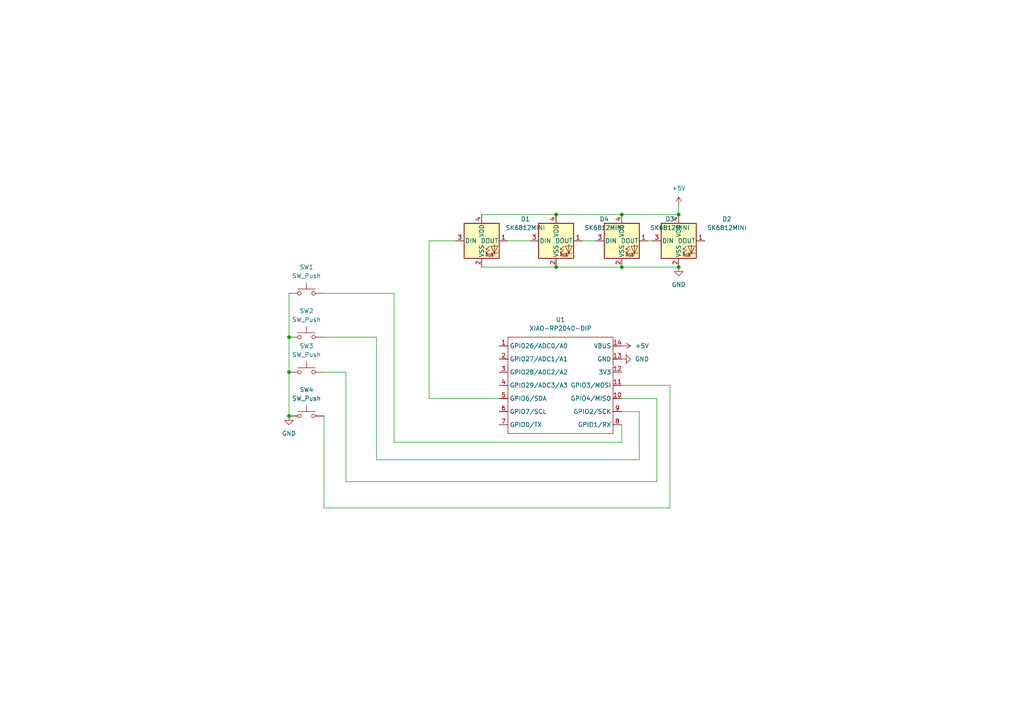
<source format=kicad_sch>
(kicad_sch
	(version 20231120)
	(generator "eeschema")
	(generator_version "8.0")
	(uuid "5ba06825-eebe-4f34-9115-1e2bdda9cdf3")
	(paper "A4")
	(lib_symbols
		(symbol "LED:SK6812MINI"
			(pin_names
				(offset 0.254)
			)
			(exclude_from_sim no)
			(in_bom yes)
			(on_board yes)
			(property "Reference" "D"
				(at 5.08 5.715 0)
				(effects
					(font
						(size 1.27 1.27)
					)
					(justify right bottom)
				)
			)
			(property "Value" "SK6812MINI"
				(at 1.27 -5.715 0)
				(effects
					(font
						(size 1.27 1.27)
					)
					(justify left top)
				)
			)
			(property "Footprint" "LED_SMD:LED_SK6812MINI_PLCC4_3.5x3.5mm_P1.75mm"
				(at 1.27 -7.62 0)
				(effects
					(font
						(size 1.27 1.27)
					)
					(justify left top)
					(hide yes)
				)
			)
			(property "Datasheet" "https://cdn-shop.adafruit.com/product-files/2686/SK6812MINI_REV.01-1-2.pdf"
				(at 2.54 -9.525 0)
				(effects
					(font
						(size 1.27 1.27)
					)
					(justify left top)
					(hide yes)
				)
			)
			(property "Description" "RGB LED with integrated controller"
				(at 0 0 0)
				(effects
					(font
						(size 1.27 1.27)
					)
					(hide yes)
				)
			)
			(property "ki_keywords" "RGB LED NeoPixel Mini addressable"
				(at 0 0 0)
				(effects
					(font
						(size 1.27 1.27)
					)
					(hide yes)
				)
			)
			(property "ki_fp_filters" "LED*SK6812MINI*PLCC*3.5x3.5mm*P1.75mm*"
				(at 0 0 0)
				(effects
					(font
						(size 1.27 1.27)
					)
					(hide yes)
				)
			)
			(symbol "SK6812MINI_0_0"
				(text "RGB"
					(at 2.286 -4.191 0)
					(effects
						(font
							(size 0.762 0.762)
						)
					)
				)
			)
			(symbol "SK6812MINI_0_1"
				(polyline
					(pts
						(xy 1.27 -3.556) (xy 1.778 -3.556)
					)
					(stroke
						(width 0)
						(type default)
					)
					(fill
						(type none)
					)
				)
				(polyline
					(pts
						(xy 1.27 -2.54) (xy 1.778 -2.54)
					)
					(stroke
						(width 0)
						(type default)
					)
					(fill
						(type none)
					)
				)
				(polyline
					(pts
						(xy 4.699 -3.556) (xy 2.667 -3.556)
					)
					(stroke
						(width 0)
						(type default)
					)
					(fill
						(type none)
					)
				)
				(polyline
					(pts
						(xy 2.286 -2.54) (xy 1.27 -3.556) (xy 1.27 -3.048)
					)
					(stroke
						(width 0)
						(type default)
					)
					(fill
						(type none)
					)
				)
				(polyline
					(pts
						(xy 2.286 -1.524) (xy 1.27 -2.54) (xy 1.27 -2.032)
					)
					(stroke
						(width 0)
						(type default)
					)
					(fill
						(type none)
					)
				)
				(polyline
					(pts
						(xy 3.683 -1.016) (xy 3.683 -3.556) (xy 3.683 -4.064)
					)
					(stroke
						(width 0)
						(type default)
					)
					(fill
						(type none)
					)
				)
				(polyline
					(pts
						(xy 4.699 -1.524) (xy 2.667 -1.524) (xy 3.683 -3.556) (xy 4.699 -1.524)
					)
					(stroke
						(width 0)
						(type default)
					)
					(fill
						(type none)
					)
				)
				(rectangle
					(start 5.08 5.08)
					(end -5.08 -5.08)
					(stroke
						(width 0.254)
						(type default)
					)
					(fill
						(type background)
					)
				)
			)
			(symbol "SK6812MINI_1_1"
				(pin output line
					(at 7.62 0 180)
					(length 2.54)
					(name "DOUT"
						(effects
							(font
								(size 1.27 1.27)
							)
						)
					)
					(number "1"
						(effects
							(font
								(size 1.27 1.27)
							)
						)
					)
				)
				(pin power_in line
					(at 0 -7.62 90)
					(length 2.54)
					(name "VSS"
						(effects
							(font
								(size 1.27 1.27)
							)
						)
					)
					(number "2"
						(effects
							(font
								(size 1.27 1.27)
							)
						)
					)
				)
				(pin input line
					(at -7.62 0 0)
					(length 2.54)
					(name "DIN"
						(effects
							(font
								(size 1.27 1.27)
							)
						)
					)
					(number "3"
						(effects
							(font
								(size 1.27 1.27)
							)
						)
					)
				)
				(pin power_in line
					(at 0 7.62 270)
					(length 2.54)
					(name "VDD"
						(effects
							(font
								(size 1.27 1.27)
							)
						)
					)
					(number "4"
						(effects
							(font
								(size 1.27 1.27)
							)
						)
					)
				)
			)
		)
		(symbol "OPL:XIAO-RP2040-DIP"
			(exclude_from_sim no)
			(in_bom yes)
			(on_board yes)
			(property "Reference" "U"
				(at 0 0 0)
				(effects
					(font
						(size 1.27 1.27)
					)
				)
			)
			(property "Value" "XIAO-RP2040-DIP"
				(at 5.334 -1.778 0)
				(effects
					(font
						(size 1.27 1.27)
					)
				)
			)
			(property "Footprint" "Module:MOUDLE14P-XIAO-DIP-SMD"
				(at 14.478 -32.258 0)
				(effects
					(font
						(size 1.27 1.27)
					)
					(hide yes)
				)
			)
			(property "Datasheet" ""
				(at 0 0 0)
				(effects
					(font
						(size 1.27 1.27)
					)
					(hide yes)
				)
			)
			(property "Description" ""
				(at 0 0 0)
				(effects
					(font
						(size 1.27 1.27)
					)
					(hide yes)
				)
			)
			(symbol "XIAO-RP2040-DIP_1_0"
				(polyline
					(pts
						(xy -1.27 -30.48) (xy -1.27 -16.51)
					)
					(stroke
						(width 0.1524)
						(type solid)
					)
					(fill
						(type none)
					)
				)
				(polyline
					(pts
						(xy -1.27 -27.94) (xy -2.54 -27.94)
					)
					(stroke
						(width 0.1524)
						(type solid)
					)
					(fill
						(type none)
					)
				)
				(polyline
					(pts
						(xy -1.27 -24.13) (xy -2.54 -24.13)
					)
					(stroke
						(width 0.1524)
						(type solid)
					)
					(fill
						(type none)
					)
				)
				(polyline
					(pts
						(xy -1.27 -20.32) (xy -2.54 -20.32)
					)
					(stroke
						(width 0.1524)
						(type solid)
					)
					(fill
						(type none)
					)
				)
				(polyline
					(pts
						(xy -1.27 -16.51) (xy -2.54 -16.51)
					)
					(stroke
						(width 0.1524)
						(type solid)
					)
					(fill
						(type none)
					)
				)
				(polyline
					(pts
						(xy -1.27 -16.51) (xy -1.27 -12.7)
					)
					(stroke
						(width 0.1524)
						(type solid)
					)
					(fill
						(type none)
					)
				)
				(polyline
					(pts
						(xy -1.27 -12.7) (xy -2.54 -12.7)
					)
					(stroke
						(width 0.1524)
						(type solid)
					)
					(fill
						(type none)
					)
				)
				(polyline
					(pts
						(xy -1.27 -12.7) (xy -1.27 -8.89)
					)
					(stroke
						(width 0.1524)
						(type solid)
					)
					(fill
						(type none)
					)
				)
				(polyline
					(pts
						(xy -1.27 -8.89) (xy -2.54 -8.89)
					)
					(stroke
						(width 0.1524)
						(type solid)
					)
					(fill
						(type none)
					)
				)
				(polyline
					(pts
						(xy -1.27 -8.89) (xy -1.27 -5.08)
					)
					(stroke
						(width 0.1524)
						(type solid)
					)
					(fill
						(type none)
					)
				)
				(polyline
					(pts
						(xy -1.27 -5.08) (xy -2.54 -5.08)
					)
					(stroke
						(width 0.1524)
						(type solid)
					)
					(fill
						(type none)
					)
				)
				(polyline
					(pts
						(xy -1.27 -5.08) (xy -1.27 -2.54)
					)
					(stroke
						(width 0.1524)
						(type solid)
					)
					(fill
						(type none)
					)
				)
				(polyline
					(pts
						(xy -1.27 -2.54) (xy 29.21 -2.54)
					)
					(stroke
						(width 0.1524)
						(type solid)
					)
					(fill
						(type none)
					)
				)
				(polyline
					(pts
						(xy 29.21 -30.48) (xy -1.27 -30.48)
					)
					(stroke
						(width 0.1524)
						(type solid)
					)
					(fill
						(type none)
					)
				)
				(polyline
					(pts
						(xy 29.21 -12.7) (xy 29.21 -30.48)
					)
					(stroke
						(width 0.1524)
						(type solid)
					)
					(fill
						(type none)
					)
				)
				(polyline
					(pts
						(xy 29.21 -8.89) (xy 29.21 -12.7)
					)
					(stroke
						(width 0.1524)
						(type solid)
					)
					(fill
						(type none)
					)
				)
				(polyline
					(pts
						(xy 29.21 -5.08) (xy 29.21 -8.89)
					)
					(stroke
						(width 0.1524)
						(type solid)
					)
					(fill
						(type none)
					)
				)
				(polyline
					(pts
						(xy 29.21 -2.54) (xy 29.21 -5.08)
					)
					(stroke
						(width 0.1524)
						(type solid)
					)
					(fill
						(type none)
					)
				)
				(polyline
					(pts
						(xy 30.48 -27.94) (xy 29.21 -27.94)
					)
					(stroke
						(width 0.1524)
						(type solid)
					)
					(fill
						(type none)
					)
				)
				(polyline
					(pts
						(xy 30.48 -24.13) (xy 29.21 -24.13)
					)
					(stroke
						(width 0.1524)
						(type solid)
					)
					(fill
						(type none)
					)
				)
				(polyline
					(pts
						(xy 30.48 -20.32) (xy 29.21 -20.32)
					)
					(stroke
						(width 0.1524)
						(type solid)
					)
					(fill
						(type none)
					)
				)
				(polyline
					(pts
						(xy 30.48 -16.51) (xy 29.21 -16.51)
					)
					(stroke
						(width 0.1524)
						(type solid)
					)
					(fill
						(type none)
					)
				)
				(polyline
					(pts
						(xy 30.48 -12.7) (xy 29.21 -12.7)
					)
					(stroke
						(width 0.1524)
						(type solid)
					)
					(fill
						(type none)
					)
				)
				(polyline
					(pts
						(xy 30.48 -8.89) (xy 29.21 -8.89)
					)
					(stroke
						(width 0.1524)
						(type solid)
					)
					(fill
						(type none)
					)
				)
				(polyline
					(pts
						(xy 30.48 -5.08) (xy 29.21 -5.08)
					)
					(stroke
						(width 0.1524)
						(type solid)
					)
					(fill
						(type none)
					)
				)
				(pin passive line
					(at -3.81 -5.08 0)
					(length 2.54)
					(name "GPIO26/ADC0/A0"
						(effects
							(font
								(size 1.27 1.27)
							)
						)
					)
					(number "1"
						(effects
							(font
								(size 1.27 1.27)
							)
						)
					)
				)
				(pin passive line
					(at 31.75 -20.32 180)
					(length 2.54)
					(name "GPIO4/MISO"
						(effects
							(font
								(size 1.27 1.27)
							)
						)
					)
					(number "10"
						(effects
							(font
								(size 1.27 1.27)
							)
						)
					)
				)
				(pin passive line
					(at 31.75 -16.51 180)
					(length 2.54)
					(name "GPIO3/MOSI"
						(effects
							(font
								(size 1.27 1.27)
							)
						)
					)
					(number "11"
						(effects
							(font
								(size 1.27 1.27)
							)
						)
					)
				)
				(pin passive line
					(at 31.75 -12.7 180)
					(length 2.54)
					(name "3V3"
						(effects
							(font
								(size 1.27 1.27)
							)
						)
					)
					(number "12"
						(effects
							(font
								(size 1.27 1.27)
							)
						)
					)
				)
				(pin passive line
					(at 31.75 -8.89 180)
					(length 2.54)
					(name "GND"
						(effects
							(font
								(size 1.27 1.27)
							)
						)
					)
					(number "13"
						(effects
							(font
								(size 1.27 1.27)
							)
						)
					)
				)
				(pin passive line
					(at 31.75 -5.08 180)
					(length 2.54)
					(name "VBUS"
						(effects
							(font
								(size 1.27 1.27)
							)
						)
					)
					(number "14"
						(effects
							(font
								(size 1.27 1.27)
							)
						)
					)
				)
				(pin passive line
					(at -3.81 -8.89 0)
					(length 2.54)
					(name "GPIO27/ADC1/A1"
						(effects
							(font
								(size 1.27 1.27)
							)
						)
					)
					(number "2"
						(effects
							(font
								(size 1.27 1.27)
							)
						)
					)
				)
				(pin passive line
					(at -3.81 -12.7 0)
					(length 2.54)
					(name "GPIO28/ADC2/A2"
						(effects
							(font
								(size 1.27 1.27)
							)
						)
					)
					(number "3"
						(effects
							(font
								(size 1.27 1.27)
							)
						)
					)
				)
				(pin passive line
					(at -3.81 -16.51 0)
					(length 2.54)
					(name "GPIO29/ADC3/A3"
						(effects
							(font
								(size 1.27 1.27)
							)
						)
					)
					(number "4"
						(effects
							(font
								(size 1.27 1.27)
							)
						)
					)
				)
				(pin passive line
					(at -3.81 -20.32 0)
					(length 2.54)
					(name "GPIO6/SDA"
						(effects
							(font
								(size 1.27 1.27)
							)
						)
					)
					(number "5"
						(effects
							(font
								(size 1.27 1.27)
							)
						)
					)
				)
				(pin passive line
					(at -3.81 -24.13 0)
					(length 2.54)
					(name "GPIO7/SCL"
						(effects
							(font
								(size 1.27 1.27)
							)
						)
					)
					(number "6"
						(effects
							(font
								(size 1.27 1.27)
							)
						)
					)
				)
				(pin passive line
					(at -3.81 -27.94 0)
					(length 2.54)
					(name "GPIO0/TX"
						(effects
							(font
								(size 1.27 1.27)
							)
						)
					)
					(number "7"
						(effects
							(font
								(size 1.27 1.27)
							)
						)
					)
				)
				(pin passive line
					(at 31.75 -27.94 180)
					(length 2.54)
					(name "GPIO1/RX"
						(effects
							(font
								(size 1.27 1.27)
							)
						)
					)
					(number "8"
						(effects
							(font
								(size 1.27 1.27)
							)
						)
					)
				)
				(pin passive line
					(at 31.75 -24.13 180)
					(length 2.54)
					(name "GPIO2/SCK"
						(effects
							(font
								(size 1.27 1.27)
							)
						)
					)
					(number "9"
						(effects
							(font
								(size 1.27 1.27)
							)
						)
					)
				)
			)
		)
		(symbol "Switch:SW_Push"
			(pin_numbers hide)
			(pin_names
				(offset 1.016) hide)
			(exclude_from_sim no)
			(in_bom yes)
			(on_board yes)
			(property "Reference" "SW"
				(at 1.27 2.54 0)
				(effects
					(font
						(size 1.27 1.27)
					)
					(justify left)
				)
			)
			(property "Value" "SW_Push"
				(at 0 -1.524 0)
				(effects
					(font
						(size 1.27 1.27)
					)
				)
			)
			(property "Footprint" ""
				(at 0 5.08 0)
				(effects
					(font
						(size 1.27 1.27)
					)
					(hide yes)
				)
			)
			(property "Datasheet" "~"
				(at 0 5.08 0)
				(effects
					(font
						(size 1.27 1.27)
					)
					(hide yes)
				)
			)
			(property "Description" "Push button switch, generic, two pins"
				(at 0 0 0)
				(effects
					(font
						(size 1.27 1.27)
					)
					(hide yes)
				)
			)
			(property "ki_keywords" "switch normally-open pushbutton push-button"
				(at 0 0 0)
				(effects
					(font
						(size 1.27 1.27)
					)
					(hide yes)
				)
			)
			(symbol "SW_Push_0_1"
				(circle
					(center -2.032 0)
					(radius 0.508)
					(stroke
						(width 0)
						(type default)
					)
					(fill
						(type none)
					)
				)
				(polyline
					(pts
						(xy 0 1.27) (xy 0 3.048)
					)
					(stroke
						(width 0)
						(type default)
					)
					(fill
						(type none)
					)
				)
				(polyline
					(pts
						(xy 2.54 1.27) (xy -2.54 1.27)
					)
					(stroke
						(width 0)
						(type default)
					)
					(fill
						(type none)
					)
				)
				(circle
					(center 2.032 0)
					(radius 0.508)
					(stroke
						(width 0)
						(type default)
					)
					(fill
						(type none)
					)
				)
				(pin passive line
					(at -5.08 0 0)
					(length 2.54)
					(name "1"
						(effects
							(font
								(size 1.27 1.27)
							)
						)
					)
					(number "1"
						(effects
							(font
								(size 1.27 1.27)
							)
						)
					)
				)
				(pin passive line
					(at 5.08 0 180)
					(length 2.54)
					(name "2"
						(effects
							(font
								(size 1.27 1.27)
							)
						)
					)
					(number "2"
						(effects
							(font
								(size 1.27 1.27)
							)
						)
					)
				)
			)
		)
		(symbol "power:+5V"
			(power)
			(pin_numbers hide)
			(pin_names
				(offset 0) hide)
			(exclude_from_sim no)
			(in_bom yes)
			(on_board yes)
			(property "Reference" "#PWR"
				(at 0 -3.81 0)
				(effects
					(font
						(size 1.27 1.27)
					)
					(hide yes)
				)
			)
			(property "Value" "+5V"
				(at 0 3.556 0)
				(effects
					(font
						(size 1.27 1.27)
					)
				)
			)
			(property "Footprint" ""
				(at 0 0 0)
				(effects
					(font
						(size 1.27 1.27)
					)
					(hide yes)
				)
			)
			(property "Datasheet" ""
				(at 0 0 0)
				(effects
					(font
						(size 1.27 1.27)
					)
					(hide yes)
				)
			)
			(property "Description" "Power symbol creates a global label with name \"+5V\""
				(at 0 0 0)
				(effects
					(font
						(size 1.27 1.27)
					)
					(hide yes)
				)
			)
			(property "ki_keywords" "global power"
				(at 0 0 0)
				(effects
					(font
						(size 1.27 1.27)
					)
					(hide yes)
				)
			)
			(symbol "+5V_0_1"
				(polyline
					(pts
						(xy -0.762 1.27) (xy 0 2.54)
					)
					(stroke
						(width 0)
						(type default)
					)
					(fill
						(type none)
					)
				)
				(polyline
					(pts
						(xy 0 0) (xy 0 2.54)
					)
					(stroke
						(width 0)
						(type default)
					)
					(fill
						(type none)
					)
				)
				(polyline
					(pts
						(xy 0 2.54) (xy 0.762 1.27)
					)
					(stroke
						(width 0)
						(type default)
					)
					(fill
						(type none)
					)
				)
			)
			(symbol "+5V_1_1"
				(pin power_in line
					(at 0 0 90)
					(length 0)
					(name "~"
						(effects
							(font
								(size 1.27 1.27)
							)
						)
					)
					(number "1"
						(effects
							(font
								(size 1.27 1.27)
							)
						)
					)
				)
			)
		)
		(symbol "power:GND"
			(power)
			(pin_numbers hide)
			(pin_names
				(offset 0) hide)
			(exclude_from_sim no)
			(in_bom yes)
			(on_board yes)
			(property "Reference" "#PWR"
				(at 0 -6.35 0)
				(effects
					(font
						(size 1.27 1.27)
					)
					(hide yes)
				)
			)
			(property "Value" "GND"
				(at 0 -3.81 0)
				(effects
					(font
						(size 1.27 1.27)
					)
				)
			)
			(property "Footprint" ""
				(at 0 0 0)
				(effects
					(font
						(size 1.27 1.27)
					)
					(hide yes)
				)
			)
			(property "Datasheet" ""
				(at 0 0 0)
				(effects
					(font
						(size 1.27 1.27)
					)
					(hide yes)
				)
			)
			(property "Description" "Power symbol creates a global label with name \"GND\" , ground"
				(at 0 0 0)
				(effects
					(font
						(size 1.27 1.27)
					)
					(hide yes)
				)
			)
			(property "ki_keywords" "global power"
				(at 0 0 0)
				(effects
					(font
						(size 1.27 1.27)
					)
					(hide yes)
				)
			)
			(symbol "GND_0_1"
				(polyline
					(pts
						(xy 0 0) (xy 0 -1.27) (xy 1.27 -1.27) (xy 0 -2.54) (xy -1.27 -1.27) (xy 0 -1.27)
					)
					(stroke
						(width 0)
						(type default)
					)
					(fill
						(type none)
					)
				)
			)
			(symbol "GND_1_1"
				(pin power_in line
					(at 0 0 270)
					(length 0)
					(name "~"
						(effects
							(font
								(size 1.27 1.27)
							)
						)
					)
					(number "1"
						(effects
							(font
								(size 1.27 1.27)
							)
						)
					)
				)
			)
		)
	)
	(junction
		(at 83.82 120.65)
		(diameter 0)
		(color 0 0 0 0)
		(uuid "044cd6b2-5a2a-42d1-893b-c3d9f1ff49dc")
	)
	(junction
		(at 196.85 62.23)
		(diameter 0)
		(color 0 0 0 0)
		(uuid "25c48a72-8420-4071-baec-1750a568092c")
	)
	(junction
		(at 161.29 62.23)
		(diameter 0)
		(color 0 0 0 0)
		(uuid "2fb5110e-1b3a-40bf-b92c-2d7ad0fda50e")
	)
	(junction
		(at 161.29 77.47)
		(diameter 0)
		(color 0 0 0 0)
		(uuid "4beb29ef-5dce-4722-8fc3-90e185a210f8")
	)
	(junction
		(at 180.34 62.23)
		(diameter 0)
		(color 0 0 0 0)
		(uuid "61c2360d-ad37-4cce-944a-d168cf23b134")
	)
	(junction
		(at 196.85 77.47)
		(diameter 0)
		(color 0 0 0 0)
		(uuid "ac427898-14cf-4980-8934-43c1ce430451")
	)
	(junction
		(at 83.82 107.95)
		(diameter 0)
		(color 0 0 0 0)
		(uuid "d10f92d1-7e4d-400f-875e-16591e44a9a1")
	)
	(junction
		(at 83.82 97.79)
		(diameter 0)
		(color 0 0 0 0)
		(uuid "f61de7ce-8b95-4ac4-8729-ab102692757f")
	)
	(junction
		(at 180.34 77.47)
		(diameter 0)
		(color 0 0 0 0)
		(uuid "f62b6089-6158-4ba1-98c0-13b6700b7925")
	)
	(wire
		(pts
			(xy 187.96 69.85) (xy 189.23 69.85)
		)
		(stroke
			(width 0)
			(type default)
		)
		(uuid "0d2af143-203f-44b3-be4a-3073c3e25747")
	)
	(wire
		(pts
			(xy 180.34 123.19) (xy 180.34 128.27)
		)
		(stroke
			(width 0)
			(type default)
		)
		(uuid "16c08600-ac7b-458b-a926-82eaed5e1c92")
	)
	(wire
		(pts
			(xy 124.46 69.85) (xy 132.08 69.85)
		)
		(stroke
			(width 0)
			(type default)
		)
		(uuid "16dd6c49-90fb-4492-a31f-c4c26ef461be")
	)
	(wire
		(pts
			(xy 190.5 139.7) (xy 100.33 139.7)
		)
		(stroke
			(width 0)
			(type default)
		)
		(uuid "18e9d0de-5035-4c22-a661-933d16cf3d5e")
	)
	(wire
		(pts
			(xy 83.82 97.79) (xy 83.82 107.95)
		)
		(stroke
			(width 0)
			(type default)
		)
		(uuid "1957cb7e-c98f-40f0-ba06-52bba95868cc")
	)
	(wire
		(pts
			(xy 185.42 133.35) (xy 185.42 119.38)
		)
		(stroke
			(width 0)
			(type default)
		)
		(uuid "1e14e502-17b9-4f74-b09b-c00e690b8185")
	)
	(wire
		(pts
			(xy 194.31 147.32) (xy 93.98 147.32)
		)
		(stroke
			(width 0)
			(type default)
		)
		(uuid "2949a1dd-1ca9-46fb-a84e-a6aaec16b5c9")
	)
	(wire
		(pts
			(xy 190.5 115.57) (xy 190.5 139.7)
		)
		(stroke
			(width 0)
			(type default)
		)
		(uuid "29fec87c-1364-42dd-b9ea-fbdde4a1c620")
	)
	(wire
		(pts
			(xy 194.31 111.76) (xy 194.31 147.32)
		)
		(stroke
			(width 0)
			(type default)
		)
		(uuid "30f25d1c-a8da-48c7-b682-6a20308ec017")
	)
	(wire
		(pts
			(xy 161.29 62.23) (xy 180.34 62.23)
		)
		(stroke
			(width 0)
			(type default)
		)
		(uuid "47e3c522-50e7-49e1-ad37-e65ec23f7d4b")
	)
	(wire
		(pts
			(xy 144.78 115.57) (xy 124.46 115.57)
		)
		(stroke
			(width 0)
			(type default)
		)
		(uuid "5a56a540-e927-4fc0-9996-30c0ada0b113")
	)
	(wire
		(pts
			(xy 139.7 77.47) (xy 161.29 77.47)
		)
		(stroke
			(width 0)
			(type default)
		)
		(uuid "5d03114b-fdf6-40d5-b836-e7535c31a7d6")
	)
	(wire
		(pts
			(xy 180.34 115.57) (xy 190.5 115.57)
		)
		(stroke
			(width 0)
			(type default)
		)
		(uuid "66ad1381-5ca0-473d-ac6f-781d05b83ad8")
	)
	(wire
		(pts
			(xy 139.7 62.23) (xy 161.29 62.23)
		)
		(stroke
			(width 0)
			(type default)
		)
		(uuid "679edfc7-b756-41ea-9c22-a51949bcc9c9")
	)
	(wire
		(pts
			(xy 83.82 107.95) (xy 83.82 120.65)
		)
		(stroke
			(width 0)
			(type default)
		)
		(uuid "7c58d6cd-b557-4e6e-8250-81ca3dc73d08")
	)
	(wire
		(pts
			(xy 180.34 77.47) (xy 196.85 77.47)
		)
		(stroke
			(width 0)
			(type default)
		)
		(uuid "815e2e3c-3821-423b-8cf7-2dd2f14fb4ee")
	)
	(wire
		(pts
			(xy 147.32 69.85) (xy 153.67 69.85)
		)
		(stroke
			(width 0)
			(type default)
		)
		(uuid "82c64376-e909-46c8-93bd-44b87d0f273a")
	)
	(wire
		(pts
			(xy 180.34 111.76) (xy 194.31 111.76)
		)
		(stroke
			(width 0)
			(type default)
		)
		(uuid "8593d404-508d-4d84-9ff6-741aa8f3463a")
	)
	(wire
		(pts
			(xy 83.82 85.09) (xy 83.82 97.79)
		)
		(stroke
			(width 0)
			(type default)
		)
		(uuid "8944a06d-72fe-4a6c-905c-0aa2a67297a1")
	)
	(wire
		(pts
			(xy 109.22 133.35) (xy 185.42 133.35)
		)
		(stroke
			(width 0)
			(type default)
		)
		(uuid "8ee39468-75f1-4002-8310-c65c6ba2b737")
	)
	(wire
		(pts
			(xy 100.33 139.7) (xy 100.33 107.95)
		)
		(stroke
			(width 0)
			(type default)
		)
		(uuid "92ae56ca-241f-48bd-b935-f1985524cc34")
	)
	(wire
		(pts
			(xy 100.33 107.95) (xy 93.98 107.95)
		)
		(stroke
			(width 0)
			(type default)
		)
		(uuid "94c0d71a-1396-46bd-8ecc-00760a953b52")
	)
	(wire
		(pts
			(xy 185.42 119.38) (xy 180.34 119.38)
		)
		(stroke
			(width 0)
			(type default)
		)
		(uuid "9eacba4f-0294-4190-baea-81f772bc34d2")
	)
	(wire
		(pts
			(xy 114.3 128.27) (xy 114.3 85.09)
		)
		(stroke
			(width 0)
			(type default)
		)
		(uuid "b6033cc9-dd55-4960-8e2c-eeb29373457d")
	)
	(wire
		(pts
			(xy 109.22 97.79) (xy 109.22 133.35)
		)
		(stroke
			(width 0)
			(type default)
		)
		(uuid "b91cf5b8-deb6-4c42-b4fa-a8d29f32e31b")
	)
	(wire
		(pts
			(xy 124.46 115.57) (xy 124.46 69.85)
		)
		(stroke
			(width 0)
			(type default)
		)
		(uuid "c4575971-0fac-4df7-8f32-2758e531cfbb")
	)
	(wire
		(pts
			(xy 196.85 59.69) (xy 196.85 62.23)
		)
		(stroke
			(width 0)
			(type default)
		)
		(uuid "c88126bb-2652-4558-8894-9bd4a7f9e52f")
	)
	(wire
		(pts
			(xy 114.3 85.09) (xy 93.98 85.09)
		)
		(stroke
			(width 0)
			(type default)
		)
		(uuid "cb6d1735-e868-450c-86b9-f8a18bbe4625")
	)
	(wire
		(pts
			(xy 93.98 97.79) (xy 109.22 97.79)
		)
		(stroke
			(width 0)
			(type default)
		)
		(uuid "cfd348c6-4be2-4a5f-aedd-780483f70dc1")
	)
	(wire
		(pts
			(xy 161.29 77.47) (xy 180.34 77.47)
		)
		(stroke
			(width 0)
			(type default)
		)
		(uuid "d681b83f-abb3-4909-a387-b5137b893aec")
	)
	(wire
		(pts
			(xy 180.34 62.23) (xy 196.85 62.23)
		)
		(stroke
			(width 0)
			(type default)
		)
		(uuid "da297e4a-c8d6-4d1b-b80f-c28514fe17c2")
	)
	(wire
		(pts
			(xy 180.34 128.27) (xy 114.3 128.27)
		)
		(stroke
			(width 0)
			(type default)
		)
		(uuid "f79cc79b-e1f1-4898-8db9-5171685c3701")
	)
	(wire
		(pts
			(xy 93.98 147.32) (xy 93.98 120.65)
		)
		(stroke
			(width 0)
			(type default)
		)
		(uuid "f9b8df1b-d8dd-4a72-8536-067bf26507cf")
	)
	(wire
		(pts
			(xy 168.91 69.85) (xy 172.72 69.85)
		)
		(stroke
			(width 0)
			(type default)
		)
		(uuid "fc6ea7fb-8859-4870-afc9-ac8a922f355e")
	)
	(symbol
		(lib_id "LED:SK6812MINI")
		(at 196.85 69.85 0)
		(unit 1)
		(exclude_from_sim no)
		(in_bom yes)
		(on_board yes)
		(dnp no)
		(fields_autoplaced yes)
		(uuid "1495a6ea-edd8-4e9e-b861-ca0e4bb53aa2")
		(property "Reference" "D2"
			(at 210.82 63.5314 0)
			(effects
				(font
					(size 1.27 1.27)
				)
			)
		)
		(property "Value" "SK6812MINI"
			(at 210.82 66.0714 0)
			(effects
				(font
					(size 1.27 1.27)
				)
			)
		)
		(property "Footprint" "LED_SMD:LED_SK6812MINI_PLCC4_3.5x3.5mm_P1.75mm"
			(at 198.12 77.47 0)
			(effects
				(font
					(size 1.27 1.27)
				)
				(justify left top)
				(hide yes)
			)
		)
		(property "Datasheet" "https://cdn-shop.adafruit.com/product-files/2686/SK6812MINI_REV.01-1-2.pdf"
			(at 199.39 79.375 0)
			(effects
				(font
					(size 1.27 1.27)
				)
				(justify left top)
				(hide yes)
			)
		)
		(property "Description" "RGB LED with integrated controller"
			(at 196.85 69.85 0)
			(effects
				(font
					(size 1.27 1.27)
				)
				(hide yes)
			)
		)
		(pin "4"
			(uuid "305ea44e-d4a1-43de-8501-5e79c9ba0b90")
		)
		(pin "3"
			(uuid "4a53896e-cc54-4c66-b8ed-e75df28758ee")
		)
		(pin "2"
			(uuid "082d0d79-939e-4cbf-bece-a95e383e6072")
		)
		(pin "1"
			(uuid "65c6daad-665f-4236-b9e9-e2251492bc61")
		)
		(instances
			(project "hackpad"
				(path "/5ba06825-eebe-4f34-9115-1e2bdda9cdf3"
					(reference "D2")
					(unit 1)
				)
			)
		)
	)
	(symbol
		(lib_id "power:+5V")
		(at 180.34 100.33 270)
		(unit 1)
		(exclude_from_sim no)
		(in_bom yes)
		(on_board yes)
		(dnp no)
		(fields_autoplaced yes)
		(uuid "16800591-0c55-426b-8bf1-a08aa0c512d9")
		(property "Reference" "#PWR04"
			(at 176.53 100.33 0)
			(effects
				(font
					(size 1.27 1.27)
				)
				(hide yes)
			)
		)
		(property "Value" "+5V"
			(at 184.15 100.3299 90)
			(effects
				(font
					(size 1.27 1.27)
				)
				(justify left)
			)
		)
		(property "Footprint" ""
			(at 180.34 100.33 0)
			(effects
				(font
					(size 1.27 1.27)
				)
				(hide yes)
			)
		)
		(property "Datasheet" ""
			(at 180.34 100.33 0)
			(effects
				(font
					(size 1.27 1.27)
				)
				(hide yes)
			)
		)
		(property "Description" "Power symbol creates a global label with name \"+5V\""
			(at 180.34 100.33 0)
			(effects
				(font
					(size 1.27 1.27)
				)
				(hide yes)
			)
		)
		(pin "1"
			(uuid "66709f42-6f77-4685-87e7-119ed66b4877")
		)
		(instances
			(project ""
				(path "/5ba06825-eebe-4f34-9115-1e2bdda9cdf3"
					(reference "#PWR04")
					(unit 1)
				)
			)
		)
	)
	(symbol
		(lib_id "power:GND")
		(at 196.85 77.47 0)
		(unit 1)
		(exclude_from_sim no)
		(in_bom yes)
		(on_board yes)
		(dnp no)
		(fields_autoplaced yes)
		(uuid "225168ba-004a-4a94-8302-ef4bc7f81d29")
		(property "Reference" "#PWR02"
			(at 196.85 83.82 0)
			(effects
				(font
					(size 1.27 1.27)
				)
				(hide yes)
			)
		)
		(property "Value" "GND"
			(at 196.85 82.55 0)
			(effects
				(font
					(size 1.27 1.27)
				)
			)
		)
		(property "Footprint" ""
			(at 196.85 77.47 0)
			(effects
				(font
					(size 1.27 1.27)
				)
				(hide yes)
			)
		)
		(property "Datasheet" ""
			(at 196.85 77.47 0)
			(effects
				(font
					(size 1.27 1.27)
				)
				(hide yes)
			)
		)
		(property "Description" "Power symbol creates a global label with name \"GND\" , ground"
			(at 196.85 77.47 0)
			(effects
				(font
					(size 1.27 1.27)
				)
				(hide yes)
			)
		)
		(pin "1"
			(uuid "4d358470-6756-4f7f-a235-f0d5bdb3bf30")
		)
		(instances
			(project ""
				(path "/5ba06825-eebe-4f34-9115-1e2bdda9cdf3"
					(reference "#PWR02")
					(unit 1)
				)
			)
		)
	)
	(symbol
		(lib_id "power:GND")
		(at 83.82 120.65 0)
		(unit 1)
		(exclude_from_sim no)
		(in_bom yes)
		(on_board yes)
		(dnp no)
		(fields_autoplaced yes)
		(uuid "449799c9-7650-4f13-8157-1874e2012159")
		(property "Reference" "#PWR01"
			(at 83.82 127 0)
			(effects
				(font
					(size 1.27 1.27)
				)
				(hide yes)
			)
		)
		(property "Value" "GND"
			(at 83.82 125.73 0)
			(effects
				(font
					(size 1.27 1.27)
				)
			)
		)
		(property "Footprint" ""
			(at 83.82 120.65 0)
			(effects
				(font
					(size 1.27 1.27)
				)
				(hide yes)
			)
		)
		(property "Datasheet" ""
			(at 83.82 120.65 0)
			(effects
				(font
					(size 1.27 1.27)
				)
				(hide yes)
			)
		)
		(property "Description" "Power symbol creates a global label with name \"GND\" , ground"
			(at 83.82 120.65 0)
			(effects
				(font
					(size 1.27 1.27)
				)
				(hide yes)
			)
		)
		(pin "1"
			(uuid "6ca89f26-bb71-45a7-b858-395163621cfd")
		)
		(instances
			(project ""
				(path "/5ba06825-eebe-4f34-9115-1e2bdda9cdf3"
					(reference "#PWR01")
					(unit 1)
				)
			)
		)
	)
	(symbol
		(lib_id "Switch:SW_Push")
		(at 88.9 120.65 0)
		(unit 1)
		(exclude_from_sim no)
		(in_bom yes)
		(on_board yes)
		(dnp no)
		(fields_autoplaced yes)
		(uuid "6a143555-f454-41e5-8f0b-4de6a605c5cc")
		(property "Reference" "SW4"
			(at 88.9 113.03 0)
			(effects
				(font
					(size 1.27 1.27)
				)
			)
		)
		(property "Value" "SW_Push"
			(at 88.9 115.57 0)
			(effects
				(font
					(size 1.27 1.27)
				)
			)
		)
		(property "Footprint" "Button_Switch_Keyboard:SW_Cherry_MX_1.00u_PCB"
			(at 88.9 115.57 0)
			(effects
				(font
					(size 1.27 1.27)
				)
				(hide yes)
			)
		)
		(property "Datasheet" "~"
			(at 88.9 115.57 0)
			(effects
				(font
					(size 1.27 1.27)
				)
				(hide yes)
			)
		)
		(property "Description" "Push button switch, generic, two pins"
			(at 88.9 120.65 0)
			(effects
				(font
					(size 1.27 1.27)
				)
				(hide yes)
			)
		)
		(pin "2"
			(uuid "465d84dd-1f35-4849-8817-4d40638f6637")
		)
		(pin "1"
			(uuid "8b24debc-76b1-45a9-96db-f3bbeed208f6")
		)
		(instances
			(project ""
				(path "/5ba06825-eebe-4f34-9115-1e2bdda9cdf3"
					(reference "SW4")
					(unit 1)
				)
			)
		)
	)
	(symbol
		(lib_id "power:GND")
		(at 180.34 104.14 90)
		(unit 1)
		(exclude_from_sim no)
		(in_bom yes)
		(on_board yes)
		(dnp no)
		(fields_autoplaced yes)
		(uuid "8575879d-632d-448d-a72a-3af480f68776")
		(property "Reference" "#PWR05"
			(at 186.69 104.14 0)
			(effects
				(font
					(size 1.27 1.27)
				)
				(hide yes)
			)
		)
		(property "Value" "GND"
			(at 184.15 104.1399 90)
			(effects
				(font
					(size 1.27 1.27)
				)
				(justify right)
			)
		)
		(property "Footprint" ""
			(at 180.34 104.14 0)
			(effects
				(font
					(size 1.27 1.27)
				)
				(hide yes)
			)
		)
		(property "Datasheet" ""
			(at 180.34 104.14 0)
			(effects
				(font
					(size 1.27 1.27)
				)
				(hide yes)
			)
		)
		(property "Description" "Power symbol creates a global label with name \"GND\" , ground"
			(at 180.34 104.14 0)
			(effects
				(font
					(size 1.27 1.27)
				)
				(hide yes)
			)
		)
		(pin "1"
			(uuid "ce84ec70-fdef-4f35-91cc-0f49f9860e26")
		)
		(instances
			(project ""
				(path "/5ba06825-eebe-4f34-9115-1e2bdda9cdf3"
					(reference "#PWR05")
					(unit 1)
				)
			)
		)
	)
	(symbol
		(lib_id "Switch:SW_Push")
		(at 88.9 107.95 0)
		(unit 1)
		(exclude_from_sim no)
		(in_bom yes)
		(on_board yes)
		(dnp no)
		(fields_autoplaced yes)
		(uuid "930ea991-5784-425a-8ce4-8e089f8a3466")
		(property "Reference" "SW3"
			(at 88.9 100.33 0)
			(effects
				(font
					(size 1.27 1.27)
				)
			)
		)
		(property "Value" "SW_Push"
			(at 88.9 102.87 0)
			(effects
				(font
					(size 1.27 1.27)
				)
			)
		)
		(property "Footprint" "Button_Switch_Keyboard:SW_Cherry_MX_1.00u_PCB"
			(at 88.9 102.87 0)
			(effects
				(font
					(size 1.27 1.27)
				)
				(hide yes)
			)
		)
		(property "Datasheet" "~"
			(at 88.9 102.87 0)
			(effects
				(font
					(size 1.27 1.27)
				)
				(hide yes)
			)
		)
		(property "Description" "Push button switch, generic, two pins"
			(at 88.9 107.95 0)
			(effects
				(font
					(size 1.27 1.27)
				)
				(hide yes)
			)
		)
		(pin "2"
			(uuid "3a971c10-0f7d-44e8-ac92-d57a1e2c2915")
		)
		(pin "1"
			(uuid "de0b89a8-b4b5-457b-870b-e7537c250c47")
		)
		(instances
			(project ""
				(path "/5ba06825-eebe-4f34-9115-1e2bdda9cdf3"
					(reference "SW3")
					(unit 1)
				)
			)
		)
	)
	(symbol
		(lib_id "power:+5V")
		(at 196.85 59.69 0)
		(unit 1)
		(exclude_from_sim no)
		(in_bom yes)
		(on_board yes)
		(dnp no)
		(fields_autoplaced yes)
		(uuid "a3fd7cc5-8cfc-4afd-aba4-9da8817ac09e")
		(property "Reference" "#PWR03"
			(at 196.85 63.5 0)
			(effects
				(font
					(size 1.27 1.27)
				)
				(hide yes)
			)
		)
		(property "Value" "+5V"
			(at 196.85 54.61 0)
			(effects
				(font
					(size 1.27 1.27)
				)
			)
		)
		(property "Footprint" ""
			(at 196.85 59.69 0)
			(effects
				(font
					(size 1.27 1.27)
				)
				(hide yes)
			)
		)
		(property "Datasheet" ""
			(at 196.85 59.69 0)
			(effects
				(font
					(size 1.27 1.27)
				)
				(hide yes)
			)
		)
		(property "Description" "Power symbol creates a global label with name \"+5V\""
			(at 196.85 59.69 0)
			(effects
				(font
					(size 1.27 1.27)
				)
				(hide yes)
			)
		)
		(pin "1"
			(uuid "87f585e0-43e0-4afa-a521-19a293aac06b")
		)
		(instances
			(project ""
				(path "/5ba06825-eebe-4f34-9115-1e2bdda9cdf3"
					(reference "#PWR03")
					(unit 1)
				)
			)
		)
	)
	(symbol
		(lib_id "Switch:SW_Push")
		(at 88.9 97.79 0)
		(unit 1)
		(exclude_from_sim no)
		(in_bom yes)
		(on_board yes)
		(dnp no)
		(fields_autoplaced yes)
		(uuid "b6b022f9-ef11-4ae5-b842-587e2cd3d929")
		(property "Reference" "SW2"
			(at 88.9 90.17 0)
			(effects
				(font
					(size 1.27 1.27)
				)
			)
		)
		(property "Value" "SW_Push"
			(at 88.9 92.71 0)
			(effects
				(font
					(size 1.27 1.27)
				)
			)
		)
		(property "Footprint" "Button_Switch_Keyboard:SW_Cherry_MX_1.00u_PCB"
			(at 88.9 92.71 0)
			(effects
				(font
					(size 1.27 1.27)
				)
				(hide yes)
			)
		)
		(property "Datasheet" "~"
			(at 88.9 92.71 0)
			(effects
				(font
					(size 1.27 1.27)
				)
				(hide yes)
			)
		)
		(property "Description" "Push button switch, generic, two pins"
			(at 88.9 97.79 0)
			(effects
				(font
					(size 1.27 1.27)
				)
				(hide yes)
			)
		)
		(pin "1"
			(uuid "24d7ad04-4f18-4b09-909a-4e3dc7123bd8")
		)
		(pin "2"
			(uuid "3175567d-aa17-4067-b467-1c90f2c3d27b")
		)
		(instances
			(project ""
				(path "/5ba06825-eebe-4f34-9115-1e2bdda9cdf3"
					(reference "SW2")
					(unit 1)
				)
			)
		)
	)
	(symbol
		(lib_id "Switch:SW_Push")
		(at 88.9 85.09 0)
		(unit 1)
		(exclude_from_sim no)
		(in_bom yes)
		(on_board yes)
		(dnp no)
		(fields_autoplaced yes)
		(uuid "bcf335c6-f2b7-4e1a-8a70-9a482b67e39d")
		(property "Reference" "SW1"
			(at 88.9 77.47 0)
			(effects
				(font
					(size 1.27 1.27)
				)
			)
		)
		(property "Value" "SW_Push"
			(at 88.9 80.01 0)
			(effects
				(font
					(size 1.27 1.27)
				)
			)
		)
		(property "Footprint" "Button_Switch_Keyboard:SW_Cherry_MX_1.00u_PCB"
			(at 88.9 80.01 0)
			(effects
				(font
					(size 1.27 1.27)
				)
				(hide yes)
			)
		)
		(property "Datasheet" "~"
			(at 88.9 80.01 0)
			(effects
				(font
					(size 1.27 1.27)
				)
				(hide yes)
			)
		)
		(property "Description" "Push button switch, generic, two pins"
			(at 88.9 85.09 0)
			(effects
				(font
					(size 1.27 1.27)
				)
				(hide yes)
			)
		)
		(pin "2"
			(uuid "ed483f40-83de-491c-a7b6-a1afb3d72189")
		)
		(pin "1"
			(uuid "fd2e720c-5083-4e4f-9050-cb873a201916")
		)
		(instances
			(project ""
				(path "/5ba06825-eebe-4f34-9115-1e2bdda9cdf3"
					(reference "SW1")
					(unit 1)
				)
			)
		)
	)
	(symbol
		(lib_id "LED:SK6812MINI")
		(at 180.34 69.85 0)
		(unit 1)
		(exclude_from_sim no)
		(in_bom yes)
		(on_board yes)
		(dnp no)
		(fields_autoplaced yes)
		(uuid "cb8ad0a8-a198-4f6e-aac5-593f8602615f")
		(property "Reference" "D3"
			(at 194.31 63.5314 0)
			(effects
				(font
					(size 1.27 1.27)
				)
			)
		)
		(property "Value" "SK6812MINI"
			(at 194.31 66.0714 0)
			(effects
				(font
					(size 1.27 1.27)
				)
			)
		)
		(property "Footprint" "LED_SMD:LED_SK6812MINI_PLCC4_3.5x3.5mm_P1.75mm"
			(at 181.61 77.47 0)
			(effects
				(font
					(size 1.27 1.27)
				)
				(justify left top)
				(hide yes)
			)
		)
		(property "Datasheet" "https://cdn-shop.adafruit.com/product-files/2686/SK6812MINI_REV.01-1-2.pdf"
			(at 182.88 79.375 0)
			(effects
				(font
					(size 1.27 1.27)
				)
				(justify left top)
				(hide yes)
			)
		)
		(property "Description" "RGB LED with integrated controller"
			(at 180.34 69.85 0)
			(effects
				(font
					(size 1.27 1.27)
				)
				(hide yes)
			)
		)
		(pin "4"
			(uuid "d0efc1a5-97be-4eda-9b8e-aad2988cb89f")
		)
		(pin "3"
			(uuid "19580f73-45d6-454e-b0eb-4e584e2fedd7")
		)
		(pin "2"
			(uuid "78860966-ff7c-4db9-a476-6c240283c381")
		)
		(pin "1"
			(uuid "6df015d1-c862-4e34-a263-6ea65666c50f")
		)
		(instances
			(project "hackpad"
				(path "/5ba06825-eebe-4f34-9115-1e2bdda9cdf3"
					(reference "D3")
					(unit 1)
				)
			)
		)
	)
	(symbol
		(lib_id "LED:SK6812MINI")
		(at 139.7 69.85 0)
		(unit 1)
		(exclude_from_sim no)
		(in_bom yes)
		(on_board yes)
		(dnp no)
		(fields_autoplaced yes)
		(uuid "d8258671-b9d8-4ee4-bc5a-918a81e7fba0")
		(property "Reference" "D1"
			(at 152.4 63.5314 0)
			(effects
				(font
					(size 1.27 1.27)
				)
			)
		)
		(property "Value" "SK6812MINI"
			(at 152.4 66.0714 0)
			(effects
				(font
					(size 1.27 1.27)
				)
			)
		)
		(property "Footprint" "LED_SMD:LED_SK6812MINI_PLCC4_3.5x3.5mm_P1.75mm"
			(at 140.97 77.47 0)
			(effects
				(font
					(size 1.27 1.27)
				)
				(justify left top)
				(hide yes)
			)
		)
		(property "Datasheet" "https://cdn-shop.adafruit.com/product-files/2686/SK6812MINI_REV.01-1-2.pdf"
			(at 142.24 79.375 0)
			(effects
				(font
					(size 1.27 1.27)
				)
				(justify left top)
				(hide yes)
			)
		)
		(property "Description" "RGB LED with integrated controller"
			(at 139.7 69.85 0)
			(effects
				(font
					(size 1.27 1.27)
				)
				(hide yes)
			)
		)
		(pin "4"
			(uuid "29b76caa-eb87-49a5-b569-7d9407c91659")
		)
		(pin "1"
			(uuid "4ce6bf20-f924-4c47-902a-58bccc7a9a54")
		)
		(pin "3"
			(uuid "80dac963-3fe4-4687-ac0d-9e3caa69090a")
		)
		(pin "2"
			(uuid "c0b4b66f-86ac-495d-9a41-0b280c61b0df")
		)
		(instances
			(project ""
				(path "/5ba06825-eebe-4f34-9115-1e2bdda9cdf3"
					(reference "D1")
					(unit 1)
				)
			)
		)
	)
	(symbol
		(lib_id "OPL:XIAO-RP2040-DIP")
		(at 148.59 95.25 0)
		(unit 1)
		(exclude_from_sim no)
		(in_bom yes)
		(on_board yes)
		(dnp no)
		(fields_autoplaced yes)
		(uuid "df281efc-721f-4388-b050-26730bf5aa95")
		(property "Reference" "U1"
			(at 162.56 92.71 0)
			(effects
				(font
					(size 1.27 1.27)
				)
			)
		)
		(property "Value" "XIAO-RP2040-DIP"
			(at 162.56 95.25 0)
			(effects
				(font
					(size 1.27 1.27)
				)
			)
		)
		(property "Footprint" "OPL:XIAO-RP2040-DIP"
			(at 163.068 127.508 0)
			(effects
				(font
					(size 1.27 1.27)
				)
				(hide yes)
			)
		)
		(property "Datasheet" ""
			(at 148.59 95.25 0)
			(effects
				(font
					(size 1.27 1.27)
				)
				(hide yes)
			)
		)
		(property "Description" ""
			(at 148.59 95.25 0)
			(effects
				(font
					(size 1.27 1.27)
				)
				(hide yes)
			)
		)
		(pin "10"
			(uuid "eae208e7-8868-48ab-bd05-dba2ddff5683")
		)
		(pin "3"
			(uuid "f8f490b9-14b6-404a-8d95-b72f5681f682")
		)
		(pin "9"
			(uuid "945430b4-990b-4caa-9cc7-4d9033ea2f05")
		)
		(pin "5"
			(uuid "4b50fcdd-8cf5-474a-9fad-2cc52ca8dea3")
		)
		(pin "7"
			(uuid "39350665-f7a8-47dc-bd17-fe6b098eea39")
		)
		(pin "13"
			(uuid "b5573758-618e-4883-8106-633101862a12")
		)
		(pin "6"
			(uuid "db096eb6-9017-4b18-be34-addee1e078cd")
		)
		(pin "11"
			(uuid "fd98c889-b2f0-4e20-9e40-69a55b0476be")
		)
		(pin "12"
			(uuid "181093a4-c4d7-4eba-b576-4e3bf3df36d0")
		)
		(pin "4"
			(uuid "b49824d5-6754-4a98-a9bf-fecc35e3f34b")
		)
		(pin "14"
			(uuid "172bc8df-dff0-4dea-8c89-5dae9ec1c338")
		)
		(pin "2"
			(uuid "11faa27d-3450-462c-aeea-4256e0941c40")
		)
		(pin "8"
			(uuid "a784d985-ca47-4f63-ae3c-014524cab5d7")
		)
		(pin "1"
			(uuid "b3e6e2ce-c7f1-44fb-af13-5a81ff113eca")
		)
		(instances
			(project ""
				(path "/5ba06825-eebe-4f34-9115-1e2bdda9cdf3"
					(reference "U1")
					(unit 1)
				)
			)
		)
	)
	(symbol
		(lib_id "LED:SK6812MINI")
		(at 161.29 69.85 0)
		(unit 1)
		(exclude_from_sim no)
		(in_bom yes)
		(on_board yes)
		(dnp no)
		(fields_autoplaced yes)
		(uuid "f0436228-0e39-4d5e-a09f-8414b99f932a")
		(property "Reference" "D4"
			(at 175.26 63.5314 0)
			(effects
				(font
					(size 1.27 1.27)
				)
			)
		)
		(property "Value" "SK6812MINI"
			(at 175.26 66.0714 0)
			(effects
				(font
					(size 1.27 1.27)
				)
			)
		)
		(property "Footprint" "LED_SMD:LED_SK6812MINI_PLCC4_3.5x3.5mm_P1.75mm"
			(at 162.56 77.47 0)
			(effects
				(font
					(size 1.27 1.27)
				)
				(justify left top)
				(hide yes)
			)
		)
		(property "Datasheet" "https://cdn-shop.adafruit.com/product-files/2686/SK6812MINI_REV.01-1-2.pdf"
			(at 163.83 79.375 0)
			(effects
				(font
					(size 1.27 1.27)
				)
				(justify left top)
				(hide yes)
			)
		)
		(property "Description" "RGB LED with integrated controller"
			(at 161.29 69.85 0)
			(effects
				(font
					(size 1.27 1.27)
				)
				(hide yes)
			)
		)
		(pin "4"
			(uuid "d2500833-f40a-47a4-a7f4-8659776c9364")
		)
		(pin "3"
			(uuid "db52fa9f-a87c-45e2-a657-23d0ea2c3b4c")
		)
		(pin "2"
			(uuid "89713995-674a-40d4-abe5-dfed240c2968")
		)
		(pin "1"
			(uuid "7c4ebc69-565b-46c7-97a4-cff0eac20a6a")
		)
		(instances
			(project "hackpad"
				(path "/5ba06825-eebe-4f34-9115-1e2bdda9cdf3"
					(reference "D4")
					(unit 1)
				)
			)
		)
	)
	(sheet_instances
		(path "/"
			(page "1")
		)
	)
)

</source>
